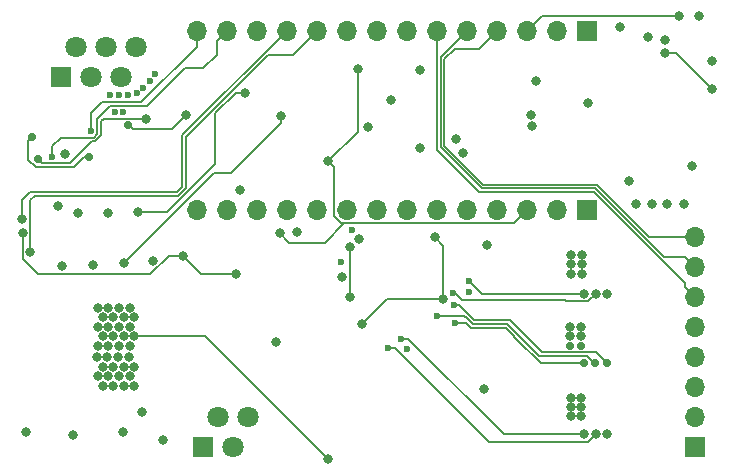
<source format=gbr>
G04 #@! TF.GenerationSoftware,KiCad,Pcbnew,5.0.2-bee76a0~70~ubuntu18.04.1*
G04 #@! TF.CreationDate,2019-11-21T20:22:08+01:00*
G04 #@! TF.ProjectId,board,626f6172-642e-46b6-9963-61645f706362,rev?*
G04 #@! TF.SameCoordinates,Original*
G04 #@! TF.FileFunction,Copper,L2,Inr*
G04 #@! TF.FilePolarity,Positive*
%FSLAX46Y46*%
G04 Gerber Fmt 4.6, Leading zero omitted, Abs format (unit mm)*
G04 Created by KiCad (PCBNEW 5.0.2-bee76a0~70~ubuntu18.04.1) date Thu 21 Nov 2019 08:22:08 PM CET*
%MOMM*%
%LPD*%
G01*
G04 APERTURE LIST*
G04 #@! TA.AperFunction,ViaPad*
%ADD10O,1.700000X1.700000*%
G04 #@! TD*
G04 #@! TA.AperFunction,ViaPad*
%ADD11R,1.700000X1.700000*%
G04 #@! TD*
G04 #@! TA.AperFunction,ViaPad*
%ADD12C,1.800000*%
G04 #@! TD*
G04 #@! TA.AperFunction,ViaPad*
%ADD13R,1.800000X1.800000*%
G04 #@! TD*
G04 #@! TA.AperFunction,ViaPad*
%ADD14C,0.800000*%
G04 #@! TD*
G04 #@! TA.AperFunction,ViaPad*
%ADD15C,0.600000*%
G04 #@! TD*
G04 #@! TA.AperFunction,ViaPad*
%ADD16C,0.700000*%
G04 #@! TD*
G04 #@! TA.AperFunction,Conductor*
%ADD17C,0.152400*%
G04 #@! TD*
G04 #@! TA.AperFunction,Conductor*
%ADD18C,0.177800*%
G04 #@! TD*
G04 APERTURE END LIST*
D10*
G04 #@! TO.N,RX*
G04 #@! TO.C,J6*
X108798000Y-101836000D03*
G04 #@! TO.N,TX*
X111338000Y-101836000D03*
G04 #@! TO.N,/DE*
X113878000Y-101836000D03*
G04 #@! TO.N,/Encoder1_A*
X116418000Y-101836000D03*
G04 #@! TO.N,/Encoder1_B*
X118958000Y-101836000D03*
G04 #@! TO.N,/NEOPXL*
X121498000Y-101836000D03*
G04 #@! TO.N,/Encoder1_I*
X124038000Y-101836000D03*
G04 #@! TO.N,/Encoder0_I*
X126578000Y-101836000D03*
G04 #@! TO.N,/HALL1*
X129118000Y-101836000D03*
G04 #@! TO.N,/HALL2*
X131658000Y-101836000D03*
G04 #@! TO.N,/HALL3*
X134198000Y-101836000D03*
G04 #@! TO.N,/Encoder0_A*
X136738000Y-101836000D03*
G04 #@! TO.N,/Encoder0_B*
X139278000Y-101836000D03*
D11*
G04 #@! TO.N,GND*
X141818000Y-101836000D03*
G04 #@! TD*
G04 #@! TO.N,+5V*
G04 #@! TO.C,J7*
X141818000Y-117036000D03*
D10*
G04 #@! TO.N,GND*
X139278000Y-117036000D03*
G04 #@! TO.N,+3V3*
X136738000Y-117036000D03*
G04 #@! TO.N,INLC*
X134198000Y-117036000D03*
G04 #@! TO.N,INHC*
X131658000Y-117036000D03*
G04 #@! TO.N,INLB*
X129118000Y-117036000D03*
G04 #@! TO.N,INHB*
X126578000Y-117036000D03*
G04 #@! TO.N,INLA*
X124038000Y-117036000D03*
G04 #@! TO.N,INHA*
X121498000Y-117036000D03*
G04 #@! TO.N,/SDA*
X118958000Y-117036000D03*
G04 #@! TO.N,/SCL*
X116418000Y-117036000D03*
G04 #@! TO.N,CS_MISO*
X113878000Y-117036000D03*
G04 #@! TO.N,CS_CLK*
X111338000Y-117036000D03*
G04 #@! TO.N,CS*
X108798000Y-117036000D03*
G04 #@! TD*
G04 #@! TO.N,/HALL3*
G04 #@! TO.C,J2*
X150977600Y-119329200D03*
G04 #@! TO.N,/HALL2*
X150977600Y-121869200D03*
G04 #@! TO.N,/HALL1*
X150977600Y-124409200D03*
G04 #@! TO.N,GND*
X150977600Y-126949200D03*
G04 #@! TO.N,+3V3*
X150977600Y-129489200D03*
G04 #@! TO.N,/PH1*
X150977600Y-132029200D03*
G04 #@! TO.N,/PH2*
X150977600Y-134569200D03*
D11*
G04 #@! TO.N,/PH3*
X150977600Y-137109200D03*
G04 #@! TD*
D12*
G04 #@! TO.N,N/C*
G04 #@! TO.C,J5*
X103650000Y-103260000D03*
G04 #@! TO.N,SHIELD*
X102380000Y-105800000D03*
D13*
G04 #@! TO.N,/l_TX*
X97300000Y-105800000D03*
D12*
G04 #@! TO.N,/h_TX*
X98570000Y-103260000D03*
G04 #@! TO.N,/l_RX*
X99840000Y-105800000D03*
G04 #@! TO.N,/h_RX*
X101110000Y-103260000D03*
G04 #@! TD*
D13*
G04 #@! TO.N,/SCL*
G04 #@! TO.C,J9*
X109295000Y-137120000D03*
D12*
G04 #@! TO.N,/SDA*
X110565000Y-134580000D03*
G04 #@! TO.N,+3V3*
X111835000Y-137120000D03*
G04 #@! TO.N,GND*
X113105000Y-134580000D03*
G04 #@! TD*
D14*
G04 #@! TO.N,+36V*
X115500000Y-128200000D03*
D15*
G04 #@! TO.N,Net-(C5-Pad2)*
X121031000Y-121412000D03*
X121920000Y-118745000D03*
D14*
X117300000Y-118900000D03*
G04 #@! TO.N,+3V3*
X121793000Y-120142000D03*
X115800000Y-119000000D03*
X121793000Y-124396500D03*
X144600000Y-101500000D03*
X148444798Y-102600000D03*
X151300000Y-100577400D03*
X112100000Y-122400000D03*
X107600000Y-120900000D03*
X119900000Y-112900000D03*
X127700000Y-105200000D03*
X122400000Y-105100000D03*
X94071400Y-119000000D03*
G04 #@! TO.N,/mosfet_bridges/GHA*
X141595194Y-124100000D03*
D15*
X131800000Y-123000000D03*
D14*
G04 #@! TO.N,/mosfet_bridges/GLA*
X142547597Y-124100000D03*
D15*
X130492500Y-124079000D03*
D16*
G04 #@! TO.N,/mosfet_bridges/GLB*
X142500000Y-130000000D03*
D15*
X129159000Y-125984000D03*
D16*
G04 #@! TO.N,/mosfet_bridges/GHB*
X141547597Y-130000000D03*
D15*
X130683000Y-126619000D03*
D14*
G04 #@! TO.N,/mosfet_bridges/GHC*
X141595194Y-136000000D03*
D15*
X126052638Y-127947362D03*
D14*
G04 #@! TO.N,/mosfet_bridges/GLC*
X142547597Y-136000000D03*
D15*
X124992985Y-128707015D03*
D16*
G04 #@! TO.N,GND*
X94869000Y-110871000D03*
X102997000Y-109855000D03*
X99695000Y-112522000D03*
D14*
X133333500Y-119961500D03*
X133079500Y-132153500D03*
X128912000Y-119311000D03*
X141400000Y-121600000D03*
X140500000Y-121600000D03*
X140500000Y-122400000D03*
X141400000Y-120800000D03*
X141400000Y-122400000D03*
X141300000Y-127700000D03*
X140400000Y-127700000D03*
D16*
X140400000Y-128500000D03*
D14*
X140400000Y-126900000D03*
X141300000Y-126900000D03*
D16*
X141300000Y-128500000D03*
D14*
X141300000Y-133700000D03*
X140450000Y-133700000D03*
X140450000Y-134500000D03*
X140450000Y-132900000D03*
X100300000Y-129500000D03*
X101200000Y-129500000D03*
X102100000Y-129500000D03*
X103000000Y-129500000D03*
X100800000Y-130300000D03*
X101700000Y-130300000D03*
X102600000Y-130300000D03*
X103500000Y-130300000D03*
X100400000Y-131100000D03*
X101300000Y-131100000D03*
X102200000Y-131100000D03*
X103100000Y-131100000D03*
X100800000Y-131900000D03*
X101700000Y-131900000D03*
X102600000Y-131900000D03*
X103500000Y-131900000D03*
X141300000Y-132900000D03*
X141300000Y-134500000D03*
X121100000Y-122700000D03*
X122555000Y-119507000D03*
X122792500Y-126692500D03*
X152422600Y-104400000D03*
X105900000Y-136502400D03*
X140500000Y-120800000D03*
X129667000Y-124587000D03*
X97000000Y-116700000D03*
X107900000Y-109000000D03*
X125200000Y-107700000D03*
X123300000Y-110000000D03*
X112400000Y-115328600D03*
D15*
G04 #@! TO.N,RX*
X99822000Y-110363000D03*
G04 #@! TO.N,TX*
X96520000Y-112522000D03*
D14*
G04 #@! TO.N,/Encoder0_B*
X147000000Y-102400000D03*
G04 #@! TO.N,/Encoder0_A*
X149600000Y-100577400D03*
X148444798Y-103700000D03*
X152422600Y-106800000D03*
G04 #@! TO.N,+5V*
X102500000Y-135800000D03*
X94300000Y-135800000D03*
X98300000Y-136100000D03*
X141900000Y-107950000D03*
X105057201Y-121300000D03*
G04 #@! TO.N,/PH1*
X143500000Y-124100000D03*
D15*
X131800000Y-123952403D03*
D16*
G04 #@! TO.N,/PH2*
X143500000Y-130000000D03*
D15*
X130556000Y-125095000D03*
D14*
G04 #@! TO.N,/PH3*
X143500000Y-136000000D03*
D15*
X126559468Y-128753707D03*
G04 #@! TO.N,SHIELD*
X102171500Y-107315000D03*
X101409500Y-107315000D03*
X101876000Y-108760000D03*
X102511000Y-108760000D03*
X102933500Y-107315000D03*
X103695500Y-107124500D03*
X104267000Y-106680000D03*
X104838500Y-106108500D03*
X105283000Y-105473500D03*
D14*
G04 #@! TO.N,/NEOPXL*
X104175000Y-134150000D03*
G04 #@! TO.N,/Encoder1_A*
X94000000Y-117800000D03*
G04 #@! TO.N,/Encoder1_B*
X94700000Y-120600000D03*
G04 #@! TO.N,Net-(C11-Pad1)*
X137166671Y-109950066D03*
G04 #@! TO.N,Net-(C11-Pad2)*
X137100000Y-109000000D03*
X137500000Y-106100000D03*
D16*
G04 #@! TO.N,/term_te*
X95331000Y-112724000D03*
D14*
X104475000Y-109295000D03*
G04 #@! TO.N,Net-(D1-Pad2)*
X100800000Y-127700000D03*
X101700000Y-127700000D03*
X102600000Y-127700000D03*
X103500000Y-127700000D03*
X100400000Y-125300000D03*
X101300000Y-125300000D03*
X102200000Y-125300000D03*
X103100000Y-125300000D03*
X100800000Y-126100000D03*
X101700000Y-126100000D03*
X102600000Y-126100000D03*
X103500000Y-126100000D03*
X100400000Y-126900000D03*
X101300000Y-126900000D03*
X102200000Y-126900000D03*
X103100000Y-126900000D03*
X100400000Y-128500000D03*
X101300000Y-128500000D03*
X102200000Y-128500000D03*
X103100000Y-128500000D03*
X119900000Y-138100000D03*
G04 #@! TO.N,/-ENCODER0_A*
X148600000Y-116500000D03*
G04 #@! TO.N,/-ENCODER0_B*
X146000000Y-116500000D03*
G04 #@! TO.N,/-ENCODER0_I*
X127700000Y-111800000D03*
X131300000Y-112200000D03*
X150726800Y-113258600D03*
G04 #@! TO.N,/+ENCODER0_A*
X150000000Y-116500000D03*
G04 #@! TO.N,/+ENCODER0_B*
X147300000Y-116500000D03*
G04 #@! TO.N,/+ENCODER0_I*
X130700000Y-111000000D03*
X145405600Y-114528600D03*
G04 #@! TO.N,/+ENCODER1_A*
X98700000Y-117300000D03*
G04 #@! TO.N,/+ENCODER1_B*
X101265000Y-117250000D03*
G04 #@! TO.N,/+ENCODER1_I*
X103800000Y-117200000D03*
X112900000Y-107100000D03*
G04 #@! TO.N,/-ENCODER1_A*
X97400000Y-121800000D03*
G04 #@! TO.N,/-ENCODER1_B*
X100000000Y-121700000D03*
G04 #@! TO.N,/-ENCODER1_I*
X102600000Y-121500000D03*
X115900000Y-109100000D03*
G04 #@! TO.N,/DE*
X97652412Y-112243988D03*
G04 #@! TD*
D17*
G04 #@! TO.N,+3V3*
X116600000Y-119800000D02*
X115800000Y-119000000D01*
X112100000Y-122400000D02*
X109100000Y-122400000D01*
X135888001Y-117885999D02*
X136738000Y-117036000D01*
X135659399Y-118114601D02*
X135888001Y-117885999D01*
X124385399Y-118114601D02*
X124464601Y-118114601D01*
X124464601Y-118114601D02*
X135659399Y-118114601D01*
X121768069Y-118114601D02*
X123566399Y-118114601D01*
X123358528Y-118114601D02*
X123566399Y-118114601D01*
X123566399Y-118114601D02*
X124464601Y-118114601D01*
X121280399Y-118114601D02*
X119595000Y-119800000D01*
X121768069Y-118114601D02*
X121280399Y-118114601D01*
X119595000Y-119800000D02*
X116600000Y-119800000D01*
X121793000Y-120269000D02*
X121920000Y-120142000D01*
X121793000Y-124333000D02*
X121793000Y-120269000D01*
X109100000Y-122400000D02*
X107600000Y-120900000D01*
X95328601Y-122428601D02*
X94099999Y-121199999D01*
X104858930Y-122428601D02*
X95328601Y-122428601D01*
X106387531Y-120900000D02*
X104858930Y-122428601D01*
X107600000Y-120900000D02*
X106387531Y-120900000D01*
X120419399Y-113419399D02*
X119900000Y-112900000D01*
X120419399Y-117553729D02*
X120419399Y-113419399D01*
X121280399Y-118114601D02*
X120980271Y-118114601D01*
X120980271Y-118114601D02*
X120419399Y-117553729D01*
X122400000Y-110400000D02*
X119900000Y-112900000D01*
X122400000Y-105100000D02*
X122400000Y-110400000D01*
X94071400Y-119565685D02*
X94071400Y-119000000D01*
X94071400Y-120901730D02*
X94071400Y-119565685D01*
X94099999Y-120930329D02*
X94071400Y-120901730D01*
X94099999Y-121199999D02*
X94099999Y-120930329D01*
D18*
G04 #@! TO.N,/mosfet_bridges/GHA*
X141595194Y-124100000D02*
X132900000Y-124100000D01*
X132900000Y-124100000D02*
X131800000Y-123000000D01*
D17*
G04 #@! TO.N,/mosfet_bridges/GLA*
X131253911Y-124649911D02*
X130556000Y-123952000D01*
X139949911Y-124649911D02*
X131253911Y-124649911D01*
D18*
X140041301Y-124741301D02*
X139949911Y-124649911D01*
X141903019Y-124741301D02*
X140041301Y-124741301D01*
X142547597Y-124100000D02*
X142544320Y-124100000D01*
X142544320Y-124100000D02*
X141903019Y-124741301D01*
G04 #@! TO.N,/mosfet_bridges/GLB*
X142422723Y-130000000D02*
X142500000Y-130000000D01*
X132143508Y-126682508D02*
X135064508Y-126682508D01*
X135064508Y-126682508D02*
X137790699Y-129408699D01*
X141831422Y-129408699D02*
X142422723Y-130000000D01*
X137790699Y-129408699D02*
X141831422Y-129408699D01*
X131445000Y-125984000D02*
X129159000Y-125984000D01*
X131826000Y-126365000D02*
X131445000Y-125984000D01*
X131826000Y-126365000D02*
X132143508Y-126682508D01*
X131572000Y-126111000D02*
X131826000Y-126365000D01*
G04 #@! TO.N,/mosfet_bridges/GHB*
X141547597Y-130000000D02*
X137915014Y-130000000D01*
X137915014Y-130000000D02*
X135847007Y-127931993D01*
X135847007Y-127931993D02*
X135668409Y-127753395D01*
X135529507Y-127614493D02*
X135847007Y-127931993D01*
X134927732Y-127012718D02*
X135529507Y-127614493D01*
X132006732Y-127012718D02*
X134927732Y-127012718D01*
X131613014Y-126619000D02*
X132006732Y-127012718D01*
X130683000Y-126619000D02*
X131613014Y-126619000D01*
G04 #@! TO.N,/mosfet_bridges/GHC*
X126618323Y-127947362D02*
X126052638Y-127947362D01*
X126702249Y-127947362D02*
X126618323Y-127947362D01*
X134754887Y-136000000D02*
X126702249Y-127947362D01*
X141595194Y-136000000D02*
X134754887Y-136000000D01*
G04 #@! TO.N,/mosfet_bridges/GLC*
X142147598Y-136399999D02*
X142547597Y-136000000D01*
X141906296Y-136641301D02*
X142147598Y-136399999D01*
X133492956Y-136641301D02*
X141906296Y-136641301D01*
X125558670Y-128707015D02*
X133492956Y-136641301D01*
X124992985Y-128707015D02*
X125558670Y-128707015D01*
D17*
G04 #@! TO.N,GND*
X129667000Y-120066000D02*
X128912000Y-119311000D01*
X129667000Y-124587000D02*
X129667000Y-120066000D01*
X124898000Y-124587000D02*
X122792500Y-126692500D01*
X129667000Y-124587000D02*
X124898000Y-124587000D01*
X94519001Y-111220999D02*
X94869000Y-110871000D01*
X94519001Y-112768331D02*
X94519001Y-111220999D01*
X95129479Y-113378809D02*
X94519001Y-112768331D01*
X98343217Y-113378809D02*
X95129479Y-113378809D01*
X99200026Y-112522000D02*
X98343217Y-113378809D01*
X99695000Y-112522000D02*
X99200026Y-112522000D01*
X106695001Y-110204999D02*
X107900000Y-109000000D01*
X102997000Y-109855000D02*
X103346999Y-110204999D01*
X103346999Y-110204999D02*
X106695001Y-110204999D01*
G04 #@! TO.N,/HALL2*
X150977600Y-121869200D02*
X150127601Y-121019201D01*
X148343749Y-121019201D02*
X142519738Y-115195190D01*
X150127601Y-121019201D02*
X148343749Y-121019201D01*
X132895190Y-115195190D02*
X129422810Y-111722810D01*
X142519738Y-115195190D02*
X132895190Y-115195190D01*
X129422810Y-104071190D02*
X131658000Y-101836000D01*
X129422810Y-111722810D02*
X129422810Y-104071190D01*
G04 #@! TO.N,/HALL1*
X129118000Y-111918000D02*
X129118000Y-101836000D01*
X132700000Y-115500000D02*
X129118000Y-111918000D01*
X142393482Y-115500000D02*
X132700000Y-115500000D01*
X150127601Y-123559201D02*
X150977600Y-124409200D01*
X150127601Y-123234119D02*
X150127601Y-123559201D01*
X142393482Y-115500000D02*
X150127601Y-123234119D01*
G04 #@! TO.N,/HALL3*
X134198000Y-101836000D02*
X132634000Y-103400000D01*
X130600000Y-103400000D02*
X129727620Y-104272380D01*
X132634000Y-103400000D02*
X130600000Y-103400000D01*
X129727620Y-104272380D02*
X129727620Y-111596554D01*
X129727620Y-111596554D02*
X133021446Y-114890380D01*
X133021446Y-114890380D02*
X142645995Y-114890381D01*
X147084814Y-119329200D02*
X150977600Y-119329200D01*
X142645995Y-114890381D02*
X147084814Y-119329200D01*
G04 #@! TO.N,RX*
X108798000Y-103186000D02*
X108798000Y-101836000D01*
X104084810Y-107899190D02*
X108798000Y-103186000D01*
X100761810Y-107899190D02*
X104084810Y-107899190D01*
X99822000Y-108839000D02*
X100761810Y-107899190D01*
X99822000Y-110363000D02*
X99822000Y-108839000D01*
G04 #@! TO.N,TX*
X109336835Y-105018835D02*
X110488001Y-103867669D01*
X107747495Y-105018835D02*
X109336835Y-105018835D01*
X104562330Y-108204000D02*
X107747495Y-105018835D01*
X101473000Y-108204000D02*
X104562330Y-108204000D01*
X96520000Y-112522000D02*
X96520000Y-111633000D01*
X96520000Y-111633000D02*
X97261399Y-110891601D01*
X110488001Y-102685999D02*
X111338000Y-101836000D01*
X97261399Y-110891601D02*
X100075729Y-110891601D01*
X100075729Y-110891601D02*
X100350601Y-110616729D01*
X100350601Y-110616729D02*
X100350601Y-109326399D01*
X110488001Y-103867669D02*
X110488001Y-102685999D01*
X100350601Y-109326399D02*
X101473000Y-108204000D01*
G04 #@! TO.N,/Encoder0_A*
X136738000Y-101836000D02*
X137996600Y-100577400D01*
X137996600Y-100577400D02*
X149600000Y-100577400D01*
X148444798Y-103700000D02*
X149322600Y-103700000D01*
X149322600Y-103700000D02*
X152422600Y-106800000D01*
G04 #@! TO.N,/PH2*
X138018229Y-129078601D02*
X135304628Y-126365000D01*
X135304628Y-126365000D02*
X132275026Y-126365000D01*
X142578601Y-129078601D02*
X138018229Y-129078601D01*
X143500000Y-130000000D02*
X142578601Y-129078601D01*
X131005026Y-125095000D02*
X130556000Y-125095000D01*
X132275026Y-126365000D02*
X131005026Y-125095000D01*
G04 #@! TO.N,/Encoder1_A*
X116418000Y-101836000D02*
X107554000Y-110700000D01*
X107554000Y-110700000D02*
X107554000Y-115046000D01*
X107554000Y-115046000D02*
X107100000Y-115500000D01*
X107100000Y-115500000D02*
X94700000Y-115500000D01*
X94700000Y-115500000D02*
X94000000Y-116200000D01*
X94000000Y-116200000D02*
X94000000Y-117800000D01*
G04 #@! TO.N,/Encoder1_B*
X116894000Y-103900000D02*
X118958000Y-101836000D01*
X94700000Y-120600000D02*
X94700000Y-116200000D01*
X95095190Y-115804810D02*
X107226257Y-115804809D01*
X107226257Y-115804809D02*
X107858809Y-115172257D01*
X114785066Y-103900000D02*
X116894000Y-103900000D01*
X107858809Y-115172257D02*
X107858810Y-110826256D01*
X94700000Y-116200000D02*
X95095190Y-115804810D01*
X107858810Y-110826256D02*
X114785066Y-103900000D01*
G04 #@! TO.N,/term_te*
X103678999Y-109276399D02*
X103697600Y-109295000D01*
X102719271Y-109276399D02*
X103678999Y-109276399D01*
X100711000Y-110687396D02*
X100711000Y-109474000D01*
X103697600Y-109295000D02*
X104475000Y-109295000D01*
X102700670Y-109295000D02*
X102719271Y-109276399D01*
X100201986Y-111196410D02*
X100711000Y-110687396D01*
X100890000Y-109295000D02*
X102700670Y-109295000D01*
X100711000Y-109474000D02*
X100890000Y-109295000D01*
X98026001Y-113073999D02*
X95680999Y-113073999D01*
X95680999Y-113073999D02*
X95331000Y-112724000D01*
X100201986Y-111196410D02*
X99903590Y-111196410D01*
X99903590Y-111196410D02*
X98026001Y-113073999D01*
G04 #@! TO.N,Net-(D1-Pad2)*
X103500000Y-127700000D02*
X109500000Y-127700000D01*
X109500000Y-127700000D02*
X119900000Y-138100000D01*
G04 #@! TO.N,/+ENCODER1_I*
X103800000Y-117200000D02*
X106262132Y-117200000D01*
X112900000Y-107100000D02*
X112100000Y-107100000D01*
X110362132Y-108837868D02*
X110362132Y-113100000D01*
X112100000Y-107100000D02*
X110362132Y-108837868D01*
X106262132Y-117200000D02*
X110362132Y-113100000D01*
G04 #@! TO.N,/-ENCODER1_I*
X115900000Y-109665685D02*
X111665685Y-113900000D01*
X111665685Y-113900000D02*
X110200000Y-113900000D01*
X115900000Y-109100000D02*
X115900000Y-109665685D01*
X102600000Y-121500000D02*
X110200000Y-113900000D01*
G04 #@! TD*
M02*

</source>
